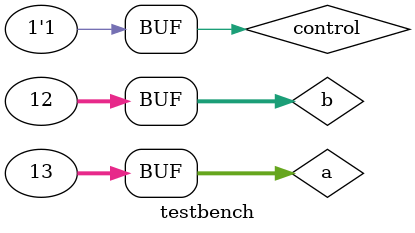
<source format=v>
module halfadder(a,b,s,c);
	input a,b;
	output s,c;
	wire s1,s2,s3;
	//xor x1(s,a,b);
	//and a1 (c,a,b);
	 nand #10 n3(s1,a,b);
	 nand #10 n4(s2,s1,a);
	 nand #10 n5(s3,s1,b);
	 nand #10 n6(s,s2,s3);
	 nand n2(c,s1,1);
endmodule

module fulladder(a,b,cin,s,cout);
	input a,b,cin;
	output s,cout;
	wire i1,s1,s2,s3,s4,s5,s6;
	
	 nand #10 n3(s1,a,b);
	 nand #10 n4(s2,s1,a);
	 nand #10 n5(s3,s1,b);
	 nand #10 n6(i1,s2,s3);
	 nand #10 n3(s4,i1,cin);
	 nand #10 n4(s5,s4,i1);
	 nand #10 n5(s6,s4,cin);
	 nand #10 n6(s,s5,s6);
	 nand #10 n7(cout,s1,s4);
endmodule	 
	
module bit4ripplecarry(a,b,cin,s,cout);
	input [3:0] a,b;
	input cin;
	output [3:0] s;
	output cout;
	wire c[2:0];
	
	fulladder f1(a[0],b[0],cin,s[0],c[0]);
	fulladder f2(a[1],b[1],c[0],s[1],c[1]);
	fulladder f3(a[2],b[2],c[1],s[2],c[2]);
	fulladder f4(a[3],b[3],c[2],s[3],cout);
endmodule	


module nbitripplecarry(a,b,control,s,cout);
	parameter n=32;
	input [n-1:0] a,b;
	input control;
	reg [n-1:0] mod;
	wire [n-1:0] carry;
	output [n-1:0] s;
	output reg cout;
	
	
	integer j;
	always@*
	begin
	for(j=0;j<n;j=j+1) 
	begin
		mod[j] = control^b[j];
	end
	end 
	
	fulladder f0(a[0],mod[0],control,s[0],carry[0]);
	genvar i;
	for(i=1;i<n;i=i+1)
	begin:two
		fulladder f1(a[i],mod[i],carry[i-1],s[i],carry[i]);
	end
	//endgenerate
	always@*
		cout = carry[n-1];
endmodule
	
module testbench;
	reg [31:0] a,b;
	reg control;
	wire [31:0] s;
	wire cout;
	
	nbitripplecarry n1(a,b,control,s,cout);
	
	initial
	begin
		$monitor(,$time,"a=%d,b=%d,control=%b,s=%d,cout=%b",a,b,control,s,cout);
	end
	
	initial
		begin
		a=32'd13;b=32'd12;control=1'b1;
		end
endmodule
	
</source>
